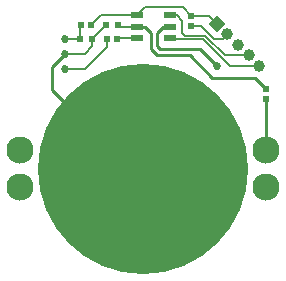
<source format=gbl>
G04 Layer_Physical_Order=4*
G04 Layer_Color=16711680*
%FSLAX25Y25*%
%MOIN*%
G70*
G01*
G75*
%ADD16C,0.01575*%
%ADD17C,0.00600*%
%ADD18C,0.01000*%
%ADD19C,0.09055*%
%ADD20C,0.03961*%
G04:AMPARAMS|DCode=21|XSize=39.59mil|YSize=39.61mil|CornerRadius=0mil|HoleSize=0mil|Usage=FLASHONLY|Rotation=315.000|XOffset=0mil|YOffset=0mil|HoleType=Round|Shape=Rectangle|*
%AMROTATEDRECTD21*
4,1,4,-0.02800,-0.00001,0.00001,0.02800,0.02800,0.00001,-0.00001,-0.02800,-0.02800,-0.00001,0.0*
%
%ADD21ROTATEDRECTD21*%

%ADD22C,0.02700*%
%ADD23C,0.70079*%
%ADD24R,0.01969X0.02362*%
%ADD25R,0.02165X0.02362*%
%ADD26R,0.02362X0.02165*%
%ADD27R,0.04331X0.02362*%
D16*
X12500Y-12000D02*
X24383Y-117D01*
D17*
X20003Y33300D02*
X28945Y24358D01*
X20500Y34500D02*
X27107Y27893D01*
X35107D01*
X37642Y24358D02*
X38142Y23858D01*
X37500Y24500D02*
X37642Y24358D01*
X38642D01*
X28945D02*
X37642D01*
X9012Y33760D02*
X9472Y33300D01*
X20003D01*
X14000Y34500D02*
X20500D01*
X13000Y35500D02*
X14000Y34500D01*
X16000Y37827D02*
X19173D01*
X23500Y33500D01*
X26571D01*
X28036Y34964D01*
X16000Y41173D02*
X21827D01*
X24500Y38500D01*
X-2012Y41240D02*
X748Y44000D01*
X13173D01*
X16000Y41173D01*
X9012Y41240D02*
X11260D01*
X13000Y39500D01*
X-26000Y23500D02*
X-19500D01*
X-12173Y30827D02*
Y33500D01*
X-19500Y23500D02*
X-12173Y30827D01*
X-26000Y28500D02*
X-19500D01*
X-17031Y30968D01*
Y33500D01*
X-26000D02*
X-20968D01*
Y37705D02*
X-20673Y38000D01*
X-20968Y33500D02*
Y37705D01*
X-17327Y38000D02*
X-14087Y41240D01*
X-2012D01*
X-17031Y33500D02*
X-12531Y38000D01*
X-12468D01*
X-8827Y33500D02*
X-8567Y33760D01*
X-2012D01*
X-8531Y38000D02*
X-8032Y37500D01*
X-2012D01*
X13000Y35500D02*
Y39500D01*
X35000Y28500D02*
X35107Y28393D01*
D18*
X41000Y-5646D02*
Y13327D01*
X37173Y20500D02*
X41000Y16673D01*
X15500Y28000D02*
X23000Y20500D01*
X4500Y28000D02*
X15500D01*
X2500Y30000D02*
X4500Y28000D01*
X23000Y20500D02*
X37173D01*
X19000Y30000D02*
X24500Y24500D01*
X5500Y30000D02*
X19000D01*
X4500Y31000D02*
X5500Y30000D01*
X6500Y37500D02*
X9012D01*
X4500Y35500D02*
X6500Y37500D01*
X-2012D02*
X500D01*
X-30500Y24000D02*
X-26000Y28500D01*
X-30500Y16500D02*
Y24000D01*
X4500Y31000D02*
Y35500D01*
X2500Y30000D02*
Y35500D01*
X500Y37500D02*
X2500Y35500D01*
X-30500Y16500D02*
X-2000Y-12000D01*
D19*
X40945Y-15905D02*
D03*
Y-3701D02*
D03*
X-40945Y-15905D02*
D03*
Y-3701D02*
D03*
D20*
X35107Y27893D02*
D03*
X31571Y31429D02*
D03*
X38642Y24358D02*
D03*
X28036Y34964D02*
D03*
D21*
X24500Y38500D02*
D03*
D22*
Y24500D02*
D03*
X24383Y-117D02*
D03*
X-26000Y28500D02*
D03*
Y33500D02*
D03*
Y23500D02*
D03*
D23*
X0Y-10000D02*
D03*
D24*
X-8531Y38000D02*
D03*
X-12468D02*
D03*
X-17031Y33500D02*
D03*
X-20968D02*
D03*
D25*
X16000Y37827D02*
D03*
Y41173D02*
D03*
X41000Y16673D02*
D03*
Y13327D02*
D03*
D26*
X-17327Y38000D02*
D03*
X-20673D02*
D03*
X-8827Y33500D02*
D03*
X-12173D02*
D03*
D27*
X9012Y41240D02*
D03*
Y33760D02*
D03*
Y37500D02*
D03*
X-2012D02*
D03*
Y41240D02*
D03*
Y33760D02*
D03*
M02*

</source>
